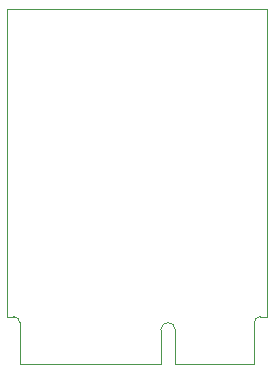
<source format=gbr>
%TF.GenerationSoftware,KiCad,Pcbnew,(7.0.0-rc2-153-g7d6218acb4)*%
%TF.CreationDate,2023-02-19T16:48:29+08:00*%
%TF.ProjectId,RAK3172-M.2-2230-Mod,52414b33-3137-4322-9d4d-2e322d323233,rev?*%
%TF.SameCoordinates,Original*%
%TF.FileFunction,Profile,NP*%
%FSLAX46Y46*%
G04 Gerber Fmt 4.6, Leading zero omitted, Abs format (unit mm)*
G04 Created by KiCad (PCBNEW (7.0.0-rc2-153-g7d6218acb4)) date 2023-02-19 16:48:29*
%MOMM*%
%LPD*%
G01*
G04 APERTURE LIST*
%TA.AperFunction,Profile*%
%ADD10C,0.100000*%
%TD*%
%TA.AperFunction,Profile*%
%ADD11C,0.050000*%
%TD*%
G04 APERTURE END LIST*
D10*
X137950000Y-106975000D02*
X137950000Y-80975000D01*
X137950000Y-80975000D02*
X159950000Y-80975000D01*
X159950000Y-80975000D02*
X159950000Y-106975000D01*
D11*
%TO.C,J301*%
X137950000Y-106975000D02*
X138525000Y-106975000D01*
X139025000Y-107475000D02*
X139025000Y-110975000D01*
X139025000Y-110975000D02*
X148950000Y-110975000D01*
X148950000Y-110975000D02*
X150975000Y-110975000D01*
X150975000Y-110975000D02*
X150975000Y-108075000D01*
X152175000Y-108075000D02*
X152175000Y-110975000D01*
X152175000Y-110975000D02*
X158875000Y-110975000D01*
X158875000Y-110975000D02*
X158875000Y-107475000D01*
X159375000Y-106975000D02*
X159950000Y-106975000D01*
X139025000Y-107475000D02*
G75*
G03*
X138525000Y-106975000I-500001J-1D01*
G01*
X152175000Y-108075000D02*
G75*
G03*
X150975000Y-108075000I-600000J0D01*
G01*
X159375000Y-106975000D02*
G75*
G03*
X158875000Y-107475000I0J-500000D01*
G01*
%TD*%
M02*

</source>
